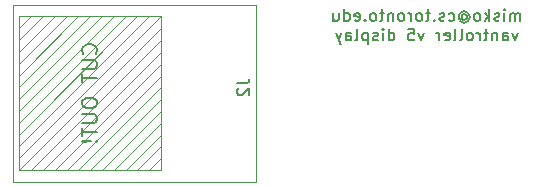
<source format=gbr>
%TF.GenerationSoftware,KiCad,Pcbnew,(5.1.9-0-10_14)*%
%TF.CreationDate,2021-07-01T16:45:12-07:00*%
%TF.ProjectId,vantroller_v5_display,76616e74-726f-46c6-9c65-725f76355f64,rev?*%
%TF.SameCoordinates,Original*%
%TF.FileFunction,Legend,Bot*%
%TF.FilePolarity,Positive*%
%FSLAX46Y46*%
G04 Gerber Fmt 4.6, Leading zero omitted, Abs format (unit mm)*
G04 Created by KiCad (PCBNEW (5.1.9-0-10_14)) date 2021-07-01 16:45:12*
%MOMM*%
%LPD*%
G01*
G04 APERTURE LIST*
%ADD10C,0.150000*%
%ADD11C,0.120000*%
G04 APERTURE END LIST*
D10*
X91904761Y-47627380D02*
X91904761Y-46960714D01*
X91904761Y-47055952D02*
X91857142Y-47008333D01*
X91761904Y-46960714D01*
X91619047Y-46960714D01*
X91523809Y-47008333D01*
X91476190Y-47103571D01*
X91476190Y-47627380D01*
X91476190Y-47103571D02*
X91428571Y-47008333D01*
X91333333Y-46960714D01*
X91190476Y-46960714D01*
X91095238Y-47008333D01*
X91047619Y-47103571D01*
X91047619Y-47627380D01*
X90571428Y-47627380D02*
X90571428Y-46960714D01*
X90571428Y-46627380D02*
X90619047Y-46675000D01*
X90571428Y-46722619D01*
X90523809Y-46675000D01*
X90571428Y-46627380D01*
X90571428Y-46722619D01*
X90142857Y-47579761D02*
X90047619Y-47627380D01*
X89857142Y-47627380D01*
X89761904Y-47579761D01*
X89714285Y-47484523D01*
X89714285Y-47436904D01*
X89761904Y-47341666D01*
X89857142Y-47294047D01*
X90000000Y-47294047D01*
X90095238Y-47246428D01*
X90142857Y-47151190D01*
X90142857Y-47103571D01*
X90095238Y-47008333D01*
X90000000Y-46960714D01*
X89857142Y-46960714D01*
X89761904Y-47008333D01*
X89285714Y-47627380D02*
X89285714Y-46627380D01*
X89190476Y-47246428D02*
X88904761Y-47627380D01*
X88904761Y-46960714D02*
X89285714Y-47341666D01*
X88333333Y-47627380D02*
X88428571Y-47579761D01*
X88476190Y-47532142D01*
X88523809Y-47436904D01*
X88523809Y-47151190D01*
X88476190Y-47055952D01*
X88428571Y-47008333D01*
X88333333Y-46960714D01*
X88190476Y-46960714D01*
X88095238Y-47008333D01*
X88047619Y-47055952D01*
X88000000Y-47151190D01*
X88000000Y-47436904D01*
X88047619Y-47532142D01*
X88095238Y-47579761D01*
X88190476Y-47627380D01*
X88333333Y-47627380D01*
X86952380Y-47151190D02*
X87000000Y-47103571D01*
X87095238Y-47055952D01*
X87190476Y-47055952D01*
X87285714Y-47103571D01*
X87333333Y-47151190D01*
X87380952Y-47246428D01*
X87380952Y-47341666D01*
X87333333Y-47436904D01*
X87285714Y-47484523D01*
X87190476Y-47532142D01*
X87095238Y-47532142D01*
X87000000Y-47484523D01*
X86952380Y-47436904D01*
X86952380Y-47055952D02*
X86952380Y-47436904D01*
X86904761Y-47484523D01*
X86857142Y-47484523D01*
X86761904Y-47436904D01*
X86714285Y-47341666D01*
X86714285Y-47103571D01*
X86809523Y-46960714D01*
X86952380Y-46865476D01*
X87142857Y-46817857D01*
X87333333Y-46865476D01*
X87476190Y-46960714D01*
X87571428Y-47103571D01*
X87619047Y-47294047D01*
X87571428Y-47484523D01*
X87476190Y-47627380D01*
X87333333Y-47722619D01*
X87142857Y-47770238D01*
X86952380Y-47722619D01*
X86809523Y-47627380D01*
X85857142Y-47579761D02*
X85952380Y-47627380D01*
X86142857Y-47627380D01*
X86238095Y-47579761D01*
X86285714Y-47532142D01*
X86333333Y-47436904D01*
X86333333Y-47151190D01*
X86285714Y-47055952D01*
X86238095Y-47008333D01*
X86142857Y-46960714D01*
X85952380Y-46960714D01*
X85857142Y-47008333D01*
X85476190Y-47579761D02*
X85380952Y-47627380D01*
X85190476Y-47627380D01*
X85095238Y-47579761D01*
X85047619Y-47484523D01*
X85047619Y-47436904D01*
X85095238Y-47341666D01*
X85190476Y-47294047D01*
X85333333Y-47294047D01*
X85428571Y-47246428D01*
X85476190Y-47151190D01*
X85476190Y-47103571D01*
X85428571Y-47008333D01*
X85333333Y-46960714D01*
X85190476Y-46960714D01*
X85095238Y-47008333D01*
X84619047Y-47532142D02*
X84571428Y-47579761D01*
X84619047Y-47627380D01*
X84666666Y-47579761D01*
X84619047Y-47532142D01*
X84619047Y-47627380D01*
X84285714Y-46960714D02*
X83904761Y-46960714D01*
X84142857Y-46627380D02*
X84142857Y-47484523D01*
X84095238Y-47579761D01*
X84000000Y-47627380D01*
X83904761Y-47627380D01*
X83428571Y-47627380D02*
X83523809Y-47579761D01*
X83571428Y-47532142D01*
X83619047Y-47436904D01*
X83619047Y-47151190D01*
X83571428Y-47055952D01*
X83523809Y-47008333D01*
X83428571Y-46960714D01*
X83285714Y-46960714D01*
X83190476Y-47008333D01*
X83142857Y-47055952D01*
X83095238Y-47151190D01*
X83095238Y-47436904D01*
X83142857Y-47532142D01*
X83190476Y-47579761D01*
X83285714Y-47627380D01*
X83428571Y-47627380D01*
X82666666Y-47627380D02*
X82666666Y-46960714D01*
X82666666Y-47151190D02*
X82619047Y-47055952D01*
X82571428Y-47008333D01*
X82476190Y-46960714D01*
X82380952Y-46960714D01*
X81904761Y-47627380D02*
X82000000Y-47579761D01*
X82047619Y-47532142D01*
X82095238Y-47436904D01*
X82095238Y-47151190D01*
X82047619Y-47055952D01*
X82000000Y-47008333D01*
X81904761Y-46960714D01*
X81761904Y-46960714D01*
X81666666Y-47008333D01*
X81619047Y-47055952D01*
X81571428Y-47151190D01*
X81571428Y-47436904D01*
X81619047Y-47532142D01*
X81666666Y-47579761D01*
X81761904Y-47627380D01*
X81904761Y-47627380D01*
X81142857Y-46960714D02*
X81142857Y-47627380D01*
X81142857Y-47055952D02*
X81095238Y-47008333D01*
X81000000Y-46960714D01*
X80857142Y-46960714D01*
X80761904Y-47008333D01*
X80714285Y-47103571D01*
X80714285Y-47627380D01*
X80380952Y-46960714D02*
X80000000Y-46960714D01*
X80238095Y-46627380D02*
X80238095Y-47484523D01*
X80190476Y-47579761D01*
X80095238Y-47627380D01*
X80000000Y-47627380D01*
X79523809Y-47627380D02*
X79619047Y-47579761D01*
X79666666Y-47532142D01*
X79714285Y-47436904D01*
X79714285Y-47151190D01*
X79666666Y-47055952D01*
X79619047Y-47008333D01*
X79523809Y-46960714D01*
X79380952Y-46960714D01*
X79285714Y-47008333D01*
X79238095Y-47055952D01*
X79190476Y-47151190D01*
X79190476Y-47436904D01*
X79238095Y-47532142D01*
X79285714Y-47579761D01*
X79380952Y-47627380D01*
X79523809Y-47627380D01*
X78761904Y-47532142D02*
X78714285Y-47579761D01*
X78761904Y-47627380D01*
X78809523Y-47579761D01*
X78761904Y-47532142D01*
X78761904Y-47627380D01*
X77904761Y-47579761D02*
X78000000Y-47627380D01*
X78190476Y-47627380D01*
X78285714Y-47579761D01*
X78333333Y-47484523D01*
X78333333Y-47103571D01*
X78285714Y-47008333D01*
X78190476Y-46960714D01*
X78000000Y-46960714D01*
X77904761Y-47008333D01*
X77857142Y-47103571D01*
X77857142Y-47198809D01*
X78333333Y-47294047D01*
X77000000Y-47627380D02*
X77000000Y-46627380D01*
X77000000Y-47579761D02*
X77095238Y-47627380D01*
X77285714Y-47627380D01*
X77380952Y-47579761D01*
X77428571Y-47532142D01*
X77476190Y-47436904D01*
X77476190Y-47151190D01*
X77428571Y-47055952D01*
X77380952Y-47008333D01*
X77285714Y-46960714D01*
X77095238Y-46960714D01*
X77000000Y-47008333D01*
X76095238Y-46960714D02*
X76095238Y-47627380D01*
X76523809Y-46960714D02*
X76523809Y-47484523D01*
X76476190Y-47579761D01*
X76380952Y-47627380D01*
X76238095Y-47627380D01*
X76142857Y-47579761D01*
X76095238Y-47532142D01*
X91714285Y-48610714D02*
X91476190Y-49277380D01*
X91238095Y-48610714D01*
X90428571Y-49277380D02*
X90428571Y-48753571D01*
X90476190Y-48658333D01*
X90571428Y-48610714D01*
X90761904Y-48610714D01*
X90857142Y-48658333D01*
X90428571Y-49229761D02*
X90523809Y-49277380D01*
X90761904Y-49277380D01*
X90857142Y-49229761D01*
X90904761Y-49134523D01*
X90904761Y-49039285D01*
X90857142Y-48944047D01*
X90761904Y-48896428D01*
X90523809Y-48896428D01*
X90428571Y-48848809D01*
X89952380Y-48610714D02*
X89952380Y-49277380D01*
X89952380Y-48705952D02*
X89904761Y-48658333D01*
X89809523Y-48610714D01*
X89666666Y-48610714D01*
X89571428Y-48658333D01*
X89523809Y-48753571D01*
X89523809Y-49277380D01*
X89190476Y-48610714D02*
X88809523Y-48610714D01*
X89047619Y-48277380D02*
X89047619Y-49134523D01*
X89000000Y-49229761D01*
X88904761Y-49277380D01*
X88809523Y-49277380D01*
X88476190Y-49277380D02*
X88476190Y-48610714D01*
X88476190Y-48801190D02*
X88428571Y-48705952D01*
X88380952Y-48658333D01*
X88285714Y-48610714D01*
X88190476Y-48610714D01*
X87714285Y-49277380D02*
X87809523Y-49229761D01*
X87857142Y-49182142D01*
X87904761Y-49086904D01*
X87904761Y-48801190D01*
X87857142Y-48705952D01*
X87809523Y-48658333D01*
X87714285Y-48610714D01*
X87571428Y-48610714D01*
X87476190Y-48658333D01*
X87428571Y-48705952D01*
X87380952Y-48801190D01*
X87380952Y-49086904D01*
X87428571Y-49182142D01*
X87476190Y-49229761D01*
X87571428Y-49277380D01*
X87714285Y-49277380D01*
X86809523Y-49277380D02*
X86904761Y-49229761D01*
X86952380Y-49134523D01*
X86952380Y-48277380D01*
X86285714Y-49277380D02*
X86380952Y-49229761D01*
X86428571Y-49134523D01*
X86428571Y-48277380D01*
X85523809Y-49229761D02*
X85619047Y-49277380D01*
X85809523Y-49277380D01*
X85904761Y-49229761D01*
X85952380Y-49134523D01*
X85952380Y-48753571D01*
X85904761Y-48658333D01*
X85809523Y-48610714D01*
X85619047Y-48610714D01*
X85523809Y-48658333D01*
X85476190Y-48753571D01*
X85476190Y-48848809D01*
X85952380Y-48944047D01*
X85047619Y-49277380D02*
X85047619Y-48610714D01*
X85047619Y-48801190D02*
X85000000Y-48705952D01*
X84952380Y-48658333D01*
X84857142Y-48610714D01*
X84761904Y-48610714D01*
X83761904Y-48610714D02*
X83523809Y-49277380D01*
X83285714Y-48610714D01*
X82428571Y-48277380D02*
X82904761Y-48277380D01*
X82952380Y-48753571D01*
X82904761Y-48705952D01*
X82809523Y-48658333D01*
X82571428Y-48658333D01*
X82476190Y-48705952D01*
X82428571Y-48753571D01*
X82380952Y-48848809D01*
X82380952Y-49086904D01*
X82428571Y-49182142D01*
X82476190Y-49229761D01*
X82571428Y-49277380D01*
X82809523Y-49277380D01*
X82904761Y-49229761D01*
X82952380Y-49182142D01*
X80761904Y-49277380D02*
X80761904Y-48277380D01*
X80761904Y-49229761D02*
X80857142Y-49277380D01*
X81047619Y-49277380D01*
X81142857Y-49229761D01*
X81190476Y-49182142D01*
X81238095Y-49086904D01*
X81238095Y-48801190D01*
X81190476Y-48705952D01*
X81142857Y-48658333D01*
X81047619Y-48610714D01*
X80857142Y-48610714D01*
X80761904Y-48658333D01*
X80285714Y-49277380D02*
X80285714Y-48610714D01*
X80285714Y-48277380D02*
X80333333Y-48325000D01*
X80285714Y-48372619D01*
X80238095Y-48325000D01*
X80285714Y-48277380D01*
X80285714Y-48372619D01*
X79857142Y-49229761D02*
X79761904Y-49277380D01*
X79571428Y-49277380D01*
X79476190Y-49229761D01*
X79428571Y-49134523D01*
X79428571Y-49086904D01*
X79476190Y-48991666D01*
X79571428Y-48944047D01*
X79714285Y-48944047D01*
X79809523Y-48896428D01*
X79857142Y-48801190D01*
X79857142Y-48753571D01*
X79809523Y-48658333D01*
X79714285Y-48610714D01*
X79571428Y-48610714D01*
X79476190Y-48658333D01*
X79000000Y-48610714D02*
X79000000Y-49610714D01*
X79000000Y-48658333D02*
X78904761Y-48610714D01*
X78714285Y-48610714D01*
X78619047Y-48658333D01*
X78571428Y-48705952D01*
X78523809Y-48801190D01*
X78523809Y-49086904D01*
X78571428Y-49182142D01*
X78619047Y-49229761D01*
X78714285Y-49277380D01*
X78904761Y-49277380D01*
X79000000Y-49229761D01*
X77952380Y-49277380D02*
X78047619Y-49229761D01*
X78095238Y-49134523D01*
X78095238Y-48277380D01*
X77142857Y-49277380D02*
X77142857Y-48753571D01*
X77190476Y-48658333D01*
X77285714Y-48610714D01*
X77476190Y-48610714D01*
X77571428Y-48658333D01*
X77142857Y-49229761D02*
X77238095Y-49277380D01*
X77476190Y-49277380D01*
X77571428Y-49229761D01*
X77619047Y-49134523D01*
X77619047Y-49039285D01*
X77571428Y-48944047D01*
X77476190Y-48896428D01*
X77238095Y-48896428D01*
X77142857Y-48848809D01*
X76761904Y-48610714D02*
X76523809Y-49277380D01*
X76285714Y-48610714D02*
X76523809Y-49277380D01*
X76619047Y-49515476D01*
X76666666Y-49563095D01*
X76761904Y-49610714D01*
D11*
%TO.C,J2*%
X61500000Y-60250000D02*
X61500000Y-47250000D01*
X61500000Y-47250000D02*
X49500000Y-47250000D01*
X49500000Y-60250000D02*
X49500000Y-47250000D01*
X61500000Y-60250000D02*
X49500000Y-60250000D01*
X69500000Y-61250000D02*
X69500000Y-46250000D01*
X69500000Y-46250000D02*
X49000000Y-46250000D01*
X49000000Y-61250000D02*
X69500000Y-61250000D01*
X49000000Y-46250000D02*
X49000000Y-61250000D01*
X61500000Y-49250000D02*
X50500000Y-60250000D01*
X61500000Y-50250000D02*
X61500000Y-49250000D01*
X51500000Y-60250000D02*
X61500000Y-50250000D01*
X52500000Y-60250000D02*
X51500000Y-60250000D01*
X61500000Y-51250000D02*
X52500000Y-60250000D01*
X61500000Y-52250000D02*
X61500000Y-51250000D01*
X53500000Y-60250000D02*
X61500000Y-52250000D01*
X54500000Y-60250000D02*
X53500000Y-60250000D01*
X61500000Y-53250000D02*
X54500000Y-60250000D01*
X61500000Y-54250000D02*
X61500000Y-53250000D01*
X55500000Y-60250000D02*
X61500000Y-54250000D01*
X56500000Y-60250000D02*
X55500000Y-60250000D01*
X61500000Y-55250000D02*
X56500000Y-60250000D01*
X61500000Y-56250000D02*
X61500000Y-55250000D01*
X57500000Y-60250000D02*
X61500000Y-56250000D01*
X58500000Y-60250000D02*
X57500000Y-60250000D01*
X61500000Y-57250000D02*
X58500000Y-60250000D01*
X61500000Y-58250000D02*
X61500000Y-57250000D01*
X59500000Y-60250000D02*
X61500000Y-58250000D01*
X60500000Y-60250000D02*
X59500000Y-60250000D01*
X61500000Y-59250000D02*
X60500000Y-60250000D01*
X49500000Y-60250000D02*
X61500000Y-48250000D01*
X49500000Y-48250000D02*
X50500000Y-47250000D01*
X49500000Y-49250000D02*
X49500000Y-48250000D01*
X51500000Y-47250000D02*
X49500000Y-49250000D01*
X51000000Y-47250000D02*
X51500000Y-47250000D01*
X52500000Y-47250000D02*
X51000000Y-47250000D01*
X49500000Y-50250000D02*
X52500000Y-47250000D01*
X49500000Y-51250000D02*
X49500000Y-50250000D01*
X53500000Y-47250000D02*
X49500000Y-51250000D01*
X54500000Y-47250000D02*
X53500000Y-47250000D01*
X49500000Y-52250000D02*
X54500000Y-47250000D01*
X49500000Y-53250000D02*
X49500000Y-52250000D01*
X55500000Y-47250000D02*
X49500000Y-53250000D01*
X55000000Y-47250000D02*
X55500000Y-47250000D01*
X56500000Y-47250000D02*
X55000000Y-47250000D01*
X49500000Y-54250000D02*
X56500000Y-47250000D01*
X49500000Y-55250000D02*
X49500000Y-54250000D01*
X57500000Y-47250000D02*
X49500000Y-55250000D01*
X58500000Y-47250000D02*
X57500000Y-47250000D01*
X49500000Y-56250000D02*
X58500000Y-47250000D01*
X49500000Y-55750000D02*
X49500000Y-56250000D01*
X49500000Y-57250000D02*
X49500000Y-55750000D01*
X59500000Y-47250000D02*
X49500000Y-57250000D01*
X59000000Y-47250000D02*
X59500000Y-47250000D01*
X60500000Y-47250000D02*
X59000000Y-47250000D01*
X49500000Y-58250000D02*
X60500000Y-47250000D01*
X49500000Y-59250000D02*
X49500000Y-58250000D01*
X61500000Y-47250000D02*
X49500000Y-59250000D01*
D10*
X67952380Y-52916666D02*
X68666666Y-52916666D01*
X68809523Y-52869047D01*
X68904761Y-52773809D01*
X68952380Y-52630952D01*
X68952380Y-52535714D01*
X68047619Y-53345238D02*
X68000000Y-53392857D01*
X67952380Y-53488095D01*
X67952380Y-53726190D01*
X68000000Y-53821428D01*
X68047619Y-53869047D01*
X68142857Y-53916666D01*
X68238095Y-53916666D01*
X68380952Y-53869047D01*
X68952380Y-53297619D01*
X68952380Y-53916666D01*
X55953571Y-50393571D02*
X56014047Y-50333095D01*
X56074523Y-50151666D01*
X56074523Y-50030714D01*
X56014047Y-49849285D01*
X55893095Y-49728333D01*
X55772142Y-49667857D01*
X55530238Y-49607380D01*
X55348809Y-49607380D01*
X55106904Y-49667857D01*
X54985952Y-49728333D01*
X54865000Y-49849285D01*
X54804523Y-50030714D01*
X54804523Y-50151666D01*
X54865000Y-50333095D01*
X54925476Y-50393571D01*
X54804523Y-50937857D02*
X55832619Y-50937857D01*
X55953571Y-50998333D01*
X56014047Y-51058809D01*
X56074523Y-51179761D01*
X56074523Y-51421666D01*
X56014047Y-51542619D01*
X55953571Y-51603095D01*
X55832619Y-51663571D01*
X54804523Y-51663571D01*
X54804523Y-52086904D02*
X54804523Y-52812619D01*
X56074523Y-52449761D02*
X54804523Y-52449761D01*
X54804523Y-54445476D02*
X54804523Y-54687380D01*
X54865000Y-54808333D01*
X54985952Y-54929285D01*
X55227857Y-54989761D01*
X55651190Y-54989761D01*
X55893095Y-54929285D01*
X56014047Y-54808333D01*
X56074523Y-54687380D01*
X56074523Y-54445476D01*
X56014047Y-54324523D01*
X55893095Y-54203571D01*
X55651190Y-54143095D01*
X55227857Y-54143095D01*
X54985952Y-54203571D01*
X54865000Y-54324523D01*
X54804523Y-54445476D01*
X54804523Y-55534047D02*
X55832619Y-55534047D01*
X55953571Y-55594523D01*
X56014047Y-55655000D01*
X56074523Y-55775952D01*
X56074523Y-56017857D01*
X56014047Y-56138809D01*
X55953571Y-56199285D01*
X55832619Y-56259761D01*
X54804523Y-56259761D01*
X54804523Y-56683095D02*
X54804523Y-57408809D01*
X56074523Y-57045952D02*
X54804523Y-57045952D01*
X55953571Y-57832142D02*
X56014047Y-57892619D01*
X56074523Y-57832142D01*
X56014047Y-57771666D01*
X55953571Y-57832142D01*
X56074523Y-57832142D01*
X55590714Y-57832142D02*
X54865000Y-57771666D01*
X54804523Y-57832142D01*
X54865000Y-57892619D01*
X55590714Y-57832142D01*
X54804523Y-57832142D01*
%TD*%
M02*

</source>
